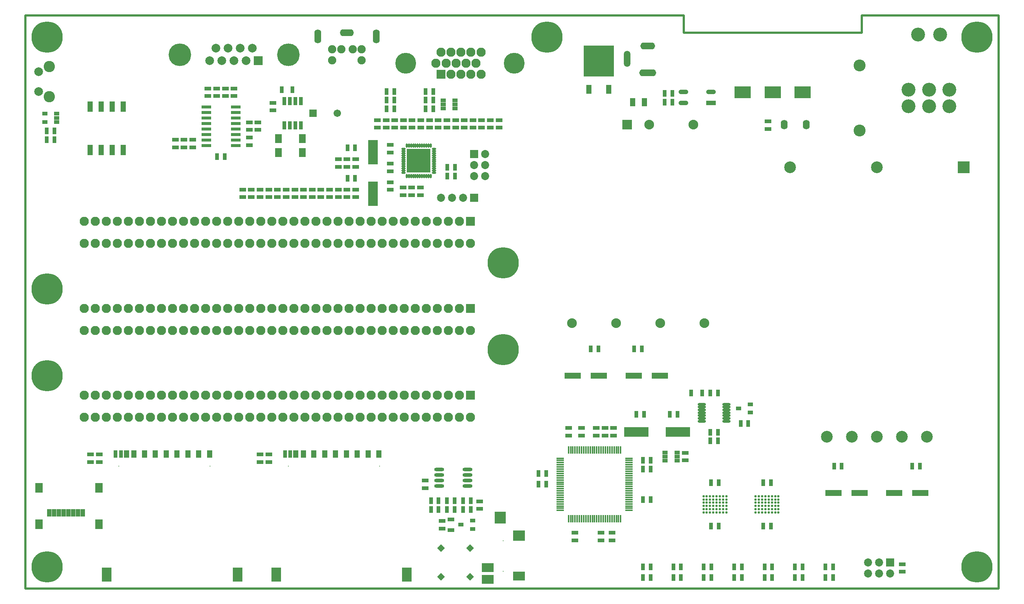
<source format=gts>
%FSLAX44Y44*%
%MOMM*%
G71*
G01*
G75*
G04 Layer_Color=8388736*
%ADD10C,0.2000*%
%ADD11R,1.3000X0.7500*%
%ADD12R,0.9900X0.6900*%
%ADD13R,0.7500X1.3000*%
%ADD14R,3.5000X1.2000*%
%ADD15O,0.8000X0.3000*%
%ADD16O,0.3000X0.8000*%
%ADD17R,5.3000X5.3000*%
%ADD18R,2.0000X5.5000*%
%ADD19O,2.1000X0.6000*%
%ADD20R,2.0000X0.6000*%
%ADD21R,0.9500X1.6500*%
%ADD22R,0.2500X1.5500*%
%ADD23R,1.5500X0.2500*%
%ADD24R,1.0000X1.5000*%
%ADD25R,0.7000X1.5000*%
%ADD26R,2.0000X3.0000*%
%ADD27R,0.8000X1.5000*%
%ADD28R,1.4500X2.0000*%
%ADD29R,1.0000X2.2000*%
%ADD30R,5.5000X2.0000*%
%ADD31C,0.3500*%
%ADD32R,2.6000X2.2000*%
%ADD33R,2.4000X2.5000*%
%ADD34R,2.6000X1.8000*%
%ADD35R,6.8000X6.9000*%
%ADD36R,1.0000X1.9000*%
%ADD37P,1.4142X4X270.0*%
%ADD38P,1.4142X4X360.0*%
%ADD39R,2.0320X0.8890*%
%ADD40O,2.0320X0.8890*%
%ADD41O,1.7000X0.4500*%
%ADD42R,0.6500X1.7500*%
%ADD43R,1.3000X1.9000*%
%ADD44C,0.2500*%
%ADD45C,1.0000*%
%ADD46C,2.5000*%
%ADD47C,0.5000*%
%ADD48C,1.5000*%
%ADD49C,1.8000*%
%ADD50C,0.1500*%
%ADD51C,0.1250*%
%ADD52C,2.0320*%
%ADD53R,2.0320X2.0320*%
%ADD54C,2.4000*%
%ADD55C,1.8000*%
%ADD56C,1.6510*%
%ADD57R,1.6510X1.6510*%
%ADD58R,1.6510X1.6510*%
%ADD59C,7.0000*%
%ADD60C,4.6000*%
%ADD61C,1.9000*%
%ADD62R,1.9000X1.9000*%
%ADD63R,1.8000X1.8000*%
%ADD64C,1.8000*%
%ADD65C,5.0000*%
%ADD66C,1.7000*%
%ADD67O,1.4000X3.0000*%
%ADD68O,3.0000X1.4000*%
%ADD69O,3.7000X1.4000*%
%ADD70O,1.3000X3.5000*%
%ADD71O,3.2000X1.4000*%
%ADD72R,3.6000X2.6000*%
%ADD73C,3.0000*%
%ADD74O,1.4000X2.0000*%
%ADD75C,2.5000*%
%ADD76R,2.5000X2.5000*%
%ADD77C,2.5400*%
%ADD78R,1.5000X1.5000*%
%ADD79C,1.5000*%
%ADD80C,0.6000*%
%ADD81C,0.4000*%
%ADD82C,1.0000*%
%ADD83C,0.1778*%
%ADD84C,0.2540*%
%ADD85C,0.6000*%
%ADD86C,0.1250*%
%ADD87C,0.0100*%
%ADD88C,0.2032*%
%ADD89C,0.1270*%
%ADD90C,0.0800*%
%ADD91R,1.0000X3.2500*%
%ADD92R,1.0000X3.2500*%
%ADD93R,0.9000X1.4500*%
%ADD94R,1.0001X3.2500*%
%ADD95R,1.1000X0.2000*%
%ADD96R,1.5032X0.9532*%
%ADD97R,1.1932X0.8932*%
%ADD98R,0.9532X1.5032*%
%ADD99R,3.7032X1.4032*%
%ADD100O,1.0032X0.5032*%
%ADD101O,0.5032X1.0032*%
%ADD102R,5.5032X5.5032*%
%ADD103R,2.2032X5.7032*%
%ADD104O,2.3032X0.8032*%
%ADD105R,2.2032X0.8032*%
%ADD106R,1.1532X1.8532*%
%ADD107R,0.4532X1.7532*%
%ADD108R,1.7532X0.4532*%
%ADD109R,1.2032X1.7032*%
%ADD110R,0.9032X1.7032*%
%ADD111R,2.2032X3.2032*%
%ADD112R,1.0032X1.7032*%
%ADD113R,1.6532X2.2032*%
%ADD114R,1.2032X2.4032*%
%ADD115R,5.7032X2.2032*%
%ADD116C,0.5532*%
%ADD117R,2.8032X2.4032*%
%ADD118R,2.6032X2.7032*%
%ADD119R,2.8032X2.0032*%
%ADD120R,7.0032X7.1032*%
%ADD121R,1.2032X2.1032*%
%ADD122P,1.7016X4X270.0*%
%ADD123P,1.7016X4X360.0*%
%ADD124R,2.2352X1.0922*%
%ADD125O,2.2352X1.0922*%
%ADD126O,1.9032X0.6532*%
%ADD127R,0.8532X1.9532*%
%ADD128R,1.5032X2.1032*%
%ADD129C,2.2352*%
%ADD130R,2.2352X2.2352*%
%ADD131C,2.6032*%
%ADD132C,2.0032*%
%ADD133C,1.8542*%
%ADD134R,1.8542X1.8542*%
%ADD135R,1.8542X1.8542*%
%ADD136C,7.2032*%
%ADD137C,4.8032*%
%ADD138C,2.1032*%
%ADD139R,2.1032X2.1032*%
%ADD140R,0.2032X0.2032*%
%ADD141R,2.0032X2.0032*%
%ADD142C,2.0032*%
%ADD143C,5.2032*%
%ADD144C,1.9032*%
%ADD145O,1.6032X3.2032*%
%ADD146O,3.2032X1.6032*%
%ADD147O,3.9032X1.6032*%
%ADD148O,1.5032X3.7032*%
%ADD149O,3.4032X1.6032*%
%ADD150R,3.8032X2.8032*%
%ADD151C,3.2032*%
%ADD152O,1.6032X2.2032*%
%ADD153C,2.7032*%
%ADD154R,2.7032X2.7032*%
%ADD155C,2.7432*%
%ADD156R,1.7032X1.7032*%
%ADD157C,1.7032*%
%ADD158C,1.2032*%
D47*
X0Y1320000D02*
X0Y1320000D01*
X1515000D01*
X1925000D02*
X2240000D01*
X1925000Y1280000D02*
Y1320000D01*
X1515000Y1280000D02*
X1925000D01*
X1515000D02*
Y1320000D01*
X0Y-0D02*
Y1320000D01*
Y-0D02*
X2240000D01*
Y1320000D01*
D96*
X1519000Y312750D02*
D03*
Y295250D02*
D03*
X170000Y308750D02*
D03*
Y291250D02*
D03*
X150000Y308750D02*
D03*
Y291250D02*
D03*
X540000D02*
D03*
Y308750D02*
D03*
X560000Y291250D02*
D03*
Y308750D02*
D03*
X740000Y988750D02*
D03*
Y971250D02*
D03*
X500000Y918750D02*
D03*
Y901250D02*
D03*
X520000Y918750D02*
D03*
Y901250D02*
D03*
X540000Y918750D02*
D03*
Y901250D02*
D03*
X560000Y918750D02*
D03*
Y901250D02*
D03*
X580000Y918750D02*
D03*
Y901250D02*
D03*
X600000Y918750D02*
D03*
Y901250D02*
D03*
X620000Y918750D02*
D03*
Y901250D02*
D03*
X640000Y918750D02*
D03*
Y901250D02*
D03*
X660000Y918750D02*
D03*
Y901250D02*
D03*
X680000Y918750D02*
D03*
Y901250D02*
D03*
X700000Y918750D02*
D03*
Y901250D02*
D03*
X720000Y918750D02*
D03*
Y901250D02*
D03*
X740000Y918750D02*
D03*
Y901250D02*
D03*
X760000Y918750D02*
D03*
Y901250D02*
D03*
Y988750D02*
D03*
Y971250D02*
D03*
X720000D02*
D03*
Y988750D02*
D03*
X840000Y961250D02*
D03*
Y978750D02*
D03*
X909000Y906250D02*
D03*
Y923750D02*
D03*
X889000Y906250D02*
D03*
Y923750D02*
D03*
X869000Y906250D02*
D03*
Y923750D02*
D03*
X840000Y1004250D02*
D03*
Y1021750D02*
D03*
Y935750D02*
D03*
Y918250D02*
D03*
X1090000Y1078750D02*
D03*
Y1061250D02*
D03*
X1070000Y1078750D02*
D03*
Y1061250D02*
D03*
X1050000Y1078750D02*
D03*
Y1061250D02*
D03*
X1030000Y1078750D02*
D03*
Y1061250D02*
D03*
X1010000Y1078750D02*
D03*
Y1061250D02*
D03*
X990000Y1078750D02*
D03*
Y1061250D02*
D03*
X970000Y1078750D02*
D03*
Y1061250D02*
D03*
X950000Y1078750D02*
D03*
Y1061250D02*
D03*
X930000Y1078750D02*
D03*
Y1061250D02*
D03*
X910000Y1078750D02*
D03*
Y1061250D02*
D03*
X890000Y1078750D02*
D03*
Y1061250D02*
D03*
X870000Y1078750D02*
D03*
Y1061250D02*
D03*
X850000Y1078750D02*
D03*
Y1061250D02*
D03*
X830000Y1078750D02*
D03*
Y1061250D02*
D03*
X810000Y1078750D02*
D03*
Y1061250D02*
D03*
X2018600Y38550D02*
D03*
Y56050D02*
D03*
X920000Y248750D02*
D03*
Y231250D02*
D03*
X345000Y1033750D02*
D03*
Y1016250D02*
D03*
X365000Y1033750D02*
D03*
Y1016250D02*
D03*
X480000Y1151750D02*
D03*
Y1134250D02*
D03*
X460000Y1151750D02*
D03*
Y1134250D02*
D03*
X440000Y1151750D02*
D03*
Y1134250D02*
D03*
X420000Y1151750D02*
D03*
Y1134250D02*
D03*
X535000Y1073750D02*
D03*
Y1056250D02*
D03*
X515000D02*
D03*
Y1073750D02*
D03*
Y1038750D02*
D03*
Y1021250D02*
D03*
X385000Y1033750D02*
D03*
Y1016250D02*
D03*
X1354000Y352250D02*
D03*
Y369750D02*
D03*
X1334000D02*
D03*
Y352250D02*
D03*
X1314000D02*
D03*
Y369750D02*
D03*
X1280000Y352250D02*
D03*
Y369750D02*
D03*
X1250000Y352250D02*
D03*
Y369750D02*
D03*
X1265000Y128750D02*
D03*
Y111250D02*
D03*
X1325000Y128750D02*
D03*
Y111250D02*
D03*
X1350000Y128750D02*
D03*
Y111250D02*
D03*
X1045000Y183250D02*
D03*
Y200750D02*
D03*
X979000Y159500D02*
D03*
Y134500D02*
D03*
X959000Y155750D02*
D03*
Y138250D02*
D03*
X1709000Y1075750D02*
D03*
Y1058250D02*
D03*
X570000Y1101250D02*
D03*
Y1118750D02*
D03*
D97*
X1472250Y313500D02*
D03*
Y304000D02*
D03*
Y294500D02*
D03*
X1499750D02*
D03*
Y313500D02*
D03*
Y304000D02*
D03*
X1641250Y415000D02*
D03*
X1668750Y424500D02*
D03*
Y405500D02*
D03*
X988750Y1105500D02*
D03*
Y1115000D02*
D03*
Y1124500D02*
D03*
X961250D02*
D03*
Y1105500D02*
D03*
Y1115000D02*
D03*
X71750Y1074500D02*
D03*
Y1084000D02*
D03*
Y1093500D02*
D03*
X44250D02*
D03*
Y1074500D02*
D03*
X1002250Y147000D02*
D03*
X1029750Y156500D02*
D03*
Y137500D02*
D03*
D98*
X1418750Y552000D02*
D03*
X1401250D02*
D03*
X1318750D02*
D03*
X1301250D02*
D03*
X1788750Y50000D02*
D03*
X1771250D02*
D03*
X1788750Y25000D02*
D03*
X1771250D02*
D03*
X1718750Y50000D02*
D03*
X1701250D02*
D03*
X1718750Y25000D02*
D03*
X1701250D02*
D03*
X1648750Y50000D02*
D03*
X1631250D02*
D03*
X1648750Y25000D02*
D03*
X1631250D02*
D03*
X1508750D02*
D03*
X1491250D02*
D03*
X1508750Y50000D02*
D03*
X1491250D02*
D03*
X1438750D02*
D03*
X1421250D02*
D03*
X1438750Y25000D02*
D03*
X1421250D02*
D03*
X741250Y1015000D02*
D03*
X758750D02*
D03*
X1471250Y1140000D02*
D03*
X1488750D02*
D03*
X1471250Y1120000D02*
D03*
X1488750D02*
D03*
X1646250Y380000D02*
D03*
X1663750D02*
D03*
X1576250Y450000D02*
D03*
X1593750D02*
D03*
X1532500D02*
D03*
X1557500D02*
D03*
X1576250Y340000D02*
D03*
X1593750D02*
D03*
X758750Y945000D02*
D03*
X741250D02*
D03*
X988750Y970000D02*
D03*
X971250D02*
D03*
X988750Y950000D02*
D03*
X971250D02*
D03*
X938750Y1145000D02*
D03*
X921250D02*
D03*
X938750Y1125000D02*
D03*
X921250D02*
D03*
X938750Y1105000D02*
D03*
X921250D02*
D03*
X848750D02*
D03*
X831250D02*
D03*
X848750Y1125000D02*
D03*
X831250D02*
D03*
X848750Y1145000D02*
D03*
X831250D02*
D03*
X49250Y1034000D02*
D03*
X66750D02*
D03*
Y1054000D02*
D03*
X49250D02*
D03*
X458750Y995000D02*
D03*
X441250D02*
D03*
X1421250Y275000D02*
D03*
X1438750D02*
D03*
X1421250Y205000D02*
D03*
X1438750D02*
D03*
X1198750Y265000D02*
D03*
X1181250D02*
D03*
X1198750Y240000D02*
D03*
X1181250D02*
D03*
X1878750Y282000D02*
D03*
X1861250D02*
D03*
X2041250D02*
D03*
X2058750D02*
D03*
X1438750Y295000D02*
D03*
X1421250D02*
D03*
X1423750Y401000D02*
D03*
X1406250D02*
D03*
X1483250D02*
D03*
X1500750D02*
D03*
X1715750Y244000D02*
D03*
X1698250D02*
D03*
Y144000D02*
D03*
X1715750D02*
D03*
X950750Y182000D02*
D03*
X933250D02*
D03*
X950750Y202000D02*
D03*
X933250D02*
D03*
X987750Y182000D02*
D03*
X970250D02*
D03*
X987750Y202000D02*
D03*
X970250D02*
D03*
X1024750D02*
D03*
X1007250D02*
D03*
X1024750Y182000D02*
D03*
X1007250D02*
D03*
X1593750Y360000D02*
D03*
X1576250D02*
D03*
X589500Y1149000D02*
D03*
X614500D02*
D03*
X1578250Y144000D02*
D03*
X1595750D02*
D03*
Y244000D02*
D03*
X1578250D02*
D03*
X1858750Y50000D02*
D03*
X1841250D02*
D03*
X1858750Y25000D02*
D03*
X1841250D02*
D03*
X1578750Y50000D02*
D03*
X1561250D02*
D03*
X1578750Y25000D02*
D03*
X1561250D02*
D03*
D99*
X1460000Y490000D02*
D03*
X1400000D02*
D03*
X1260000D02*
D03*
X1320000D02*
D03*
X1860000Y220000D02*
D03*
X1920000D02*
D03*
X2000000D02*
D03*
X2060000D02*
D03*
D100*
X870122Y1012542D02*
D03*
Y1007542D02*
D03*
Y1002542D02*
D03*
Y997542D02*
D03*
Y992542D02*
D03*
Y987542D02*
D03*
Y982542D02*
D03*
Y977542D02*
D03*
Y972542D02*
D03*
Y967542D02*
D03*
Y962542D02*
D03*
Y957542D02*
D03*
X940122D02*
D03*
Y962542D02*
D03*
Y967542D02*
D03*
Y972542D02*
D03*
Y977542D02*
D03*
Y982542D02*
D03*
Y987542D02*
D03*
Y992542D02*
D03*
Y997542D02*
D03*
Y1002542D02*
D03*
Y1007542D02*
D03*
Y1012542D02*
D03*
D101*
X877622Y950042D02*
D03*
X882622D02*
D03*
X887622D02*
D03*
X892622D02*
D03*
X897622D02*
D03*
X902622D02*
D03*
X907622D02*
D03*
X912622D02*
D03*
X917622D02*
D03*
X922622D02*
D03*
X927622D02*
D03*
X932622D02*
D03*
Y1020042D02*
D03*
X927622D02*
D03*
X922622D02*
D03*
X917622D02*
D03*
X912622D02*
D03*
X907622D02*
D03*
X902622D02*
D03*
X897622D02*
D03*
X892622D02*
D03*
X887622D02*
D03*
X882622D02*
D03*
X877622D02*
D03*
D102*
X905122Y985042D02*
D03*
D103*
X800000Y909500D02*
D03*
Y1004500D02*
D03*
D104*
X1017516Y235900D02*
D03*
Y248600D02*
D03*
Y261300D02*
D03*
Y274000D02*
D03*
X952516D02*
D03*
Y261300D02*
D03*
Y248600D02*
D03*
Y235900D02*
D03*
D105*
X484000Y1020498D02*
D03*
Y1033198D02*
D03*
Y1045898D02*
D03*
Y1058598D02*
D03*
Y1071298D02*
D03*
Y1083998D02*
D03*
Y1096698D02*
D03*
Y1109398D02*
D03*
X416000Y1020498D02*
D03*
Y1033198D02*
D03*
Y1045898D02*
D03*
Y1058598D02*
D03*
Y1071298D02*
D03*
Y1083998D02*
D03*
Y1096698D02*
D03*
Y1109398D02*
D03*
D106*
X1397250Y1120000D02*
D03*
X1424750D02*
D03*
D107*
X1370000Y160750D02*
D03*
X1365000D02*
D03*
X1360000D02*
D03*
X1355000D02*
D03*
X1350000D02*
D03*
X1345000D02*
D03*
X1340000D02*
D03*
X1335000D02*
D03*
X1330000D02*
D03*
X1325000D02*
D03*
X1320000D02*
D03*
X1315000D02*
D03*
X1310000D02*
D03*
X1305000D02*
D03*
X1300000D02*
D03*
X1295000D02*
D03*
X1290000D02*
D03*
X1285000D02*
D03*
X1280000D02*
D03*
X1275000D02*
D03*
X1270000D02*
D03*
X1265000D02*
D03*
X1260000D02*
D03*
X1255000D02*
D03*
X1250000D02*
D03*
Y319000D02*
D03*
X1255000D02*
D03*
X1260000D02*
D03*
X1265000D02*
D03*
X1270000D02*
D03*
X1275000D02*
D03*
X1280000D02*
D03*
X1285000D02*
D03*
X1290000D02*
D03*
X1295000D02*
D03*
X1300000D02*
D03*
X1305000D02*
D03*
X1310000D02*
D03*
X1315000D02*
D03*
X1320000D02*
D03*
X1325000D02*
D03*
X1330000D02*
D03*
X1335000D02*
D03*
X1340000D02*
D03*
X1345000D02*
D03*
X1350000D02*
D03*
X1355000D02*
D03*
X1360000D02*
D03*
X1365000D02*
D03*
X1370000D02*
D03*
D108*
X1231000Y180000D02*
D03*
Y185000D02*
D03*
Y190000D02*
D03*
Y195000D02*
D03*
Y200000D02*
D03*
Y205000D02*
D03*
Y210000D02*
D03*
Y215000D02*
D03*
Y220000D02*
D03*
Y225000D02*
D03*
Y230000D02*
D03*
Y235000D02*
D03*
Y240000D02*
D03*
Y245000D02*
D03*
Y250000D02*
D03*
Y255000D02*
D03*
Y260000D02*
D03*
Y265000D02*
D03*
Y270000D02*
D03*
Y275000D02*
D03*
Y280000D02*
D03*
Y285000D02*
D03*
Y290000D02*
D03*
Y295000D02*
D03*
Y300000D02*
D03*
X1389000D02*
D03*
Y295000D02*
D03*
Y290000D02*
D03*
Y285000D02*
D03*
Y280000D02*
D03*
Y275000D02*
D03*
Y270000D02*
D03*
Y265000D02*
D03*
Y260000D02*
D03*
Y255000D02*
D03*
Y250000D02*
D03*
Y245000D02*
D03*
Y240000D02*
D03*
Y235000D02*
D03*
Y230000D02*
D03*
Y225000D02*
D03*
Y220000D02*
D03*
Y215000D02*
D03*
Y210000D02*
D03*
Y205000D02*
D03*
Y200000D02*
D03*
Y195000D02*
D03*
Y190000D02*
D03*
Y185000D02*
D03*
Y180000D02*
D03*
D109*
X663800Y310000D02*
D03*
X688800D02*
D03*
X713800D02*
D03*
X738800D02*
D03*
X763800D02*
D03*
X788800D02*
D03*
X639500D02*
D03*
X622500D02*
D03*
X813800D02*
D03*
X273800D02*
D03*
X298800D02*
D03*
X323800D02*
D03*
X348800D02*
D03*
X373800D02*
D03*
X398800D02*
D03*
X249500D02*
D03*
X232500D02*
D03*
X423800D02*
D03*
D110*
X609500D02*
D03*
X597500D02*
D03*
X219500D02*
D03*
X207500D02*
D03*
D111*
X577200Y32500D02*
D03*
X878200D02*
D03*
X187200D02*
D03*
X488200D02*
D03*
D112*
X55050Y174500D02*
D03*
X66050D02*
D03*
X77050D02*
D03*
X88050D02*
D03*
X99050D02*
D03*
X110050D02*
D03*
X121050D02*
D03*
X132050D02*
D03*
D113*
X168750Y231500D02*
D03*
X31250D02*
D03*
X168750Y148500D02*
D03*
X31250D02*
D03*
D114*
X225400Y1110000D02*
D03*
X200000D02*
D03*
X174600D02*
D03*
X149200D02*
D03*
Y1010000D02*
D03*
X174600D02*
D03*
X200000D02*
D03*
X225400D02*
D03*
D115*
X1406500Y361000D02*
D03*
X1501500D02*
D03*
D116*
X1680726Y175128D02*
D03*
Y182628D02*
D03*
Y190128D02*
D03*
Y197628D02*
D03*
Y205128D02*
D03*
Y212628D02*
D03*
X1688226Y175128D02*
D03*
Y182628D02*
D03*
Y190128D02*
D03*
Y197628D02*
D03*
Y205128D02*
D03*
Y212628D02*
D03*
X1695726Y175128D02*
D03*
Y182628D02*
D03*
Y190128D02*
D03*
Y197628D02*
D03*
Y205128D02*
D03*
Y212628D02*
D03*
X1703226Y175128D02*
D03*
Y182628D02*
D03*
Y190128D02*
D03*
Y197628D02*
D03*
Y205128D02*
D03*
Y212628D02*
D03*
X1710726Y175128D02*
D03*
Y182628D02*
D03*
Y190128D02*
D03*
Y197628D02*
D03*
Y205128D02*
D03*
Y212628D02*
D03*
X1718226Y175128D02*
D03*
Y182628D02*
D03*
Y190128D02*
D03*
Y197628D02*
D03*
Y205128D02*
D03*
Y212628D02*
D03*
X1725726Y175128D02*
D03*
Y182628D02*
D03*
Y190128D02*
D03*
Y197628D02*
D03*
Y205128D02*
D03*
Y212628D02*
D03*
X1733226Y175128D02*
D03*
Y182628D02*
D03*
Y190128D02*
D03*
Y197628D02*
D03*
Y205128D02*
D03*
Y212628D02*
D03*
X1560726Y175128D02*
D03*
Y182628D02*
D03*
Y190128D02*
D03*
Y197628D02*
D03*
Y205128D02*
D03*
Y212628D02*
D03*
X1568226Y175128D02*
D03*
Y182628D02*
D03*
Y190128D02*
D03*
Y197628D02*
D03*
Y205128D02*
D03*
Y212628D02*
D03*
X1575726Y175128D02*
D03*
Y182628D02*
D03*
Y190128D02*
D03*
Y197628D02*
D03*
Y205128D02*
D03*
Y212628D02*
D03*
X1583226Y175128D02*
D03*
Y182628D02*
D03*
Y190128D02*
D03*
Y197628D02*
D03*
Y205128D02*
D03*
Y212628D02*
D03*
X1590726Y175128D02*
D03*
Y182628D02*
D03*
Y190128D02*
D03*
Y197628D02*
D03*
Y205128D02*
D03*
Y212628D02*
D03*
X1598226Y175128D02*
D03*
Y182628D02*
D03*
Y190128D02*
D03*
Y197628D02*
D03*
Y205128D02*
D03*
Y212628D02*
D03*
X1605726Y175128D02*
D03*
Y182628D02*
D03*
Y190128D02*
D03*
Y197628D02*
D03*
Y205128D02*
D03*
Y212628D02*
D03*
X1613226Y175128D02*
D03*
Y182628D02*
D03*
Y190128D02*
D03*
Y197628D02*
D03*
Y205128D02*
D03*
Y212628D02*
D03*
D117*
X1136000Y122000D02*
D03*
D118*
X1093000Y163000D02*
D03*
D119*
X1136000Y29000D02*
D03*
X1064000Y48000D02*
D03*
Y21000D02*
D03*
D120*
X1320052Y1214904D02*
D03*
D121*
X1342852Y1149904D02*
D03*
X1297252D02*
D03*
D122*
X956766Y93234D02*
D03*
X1023234Y26766D02*
D03*
D123*
X956766Y26766D02*
D03*
X1023234Y93234D02*
D03*
D124*
X1577750Y1118300D02*
D03*
D125*
X1514250Y1143700D02*
D03*
X1577750D02*
D03*
X1514250Y1118300D02*
D03*
D126*
X1613592Y385450D02*
D03*
Y391950D02*
D03*
Y398450D02*
D03*
Y404950D02*
D03*
Y411450D02*
D03*
Y417950D02*
D03*
Y424450D02*
D03*
X1556592D02*
D03*
Y417950D02*
D03*
Y411450D02*
D03*
Y404950D02*
D03*
Y398450D02*
D03*
Y391950D02*
D03*
Y385450D02*
D03*
D127*
X608650Y1067000D02*
D03*
X621350D02*
D03*
X634050D02*
D03*
X595950Y1123000D02*
D03*
X608650D02*
D03*
X621350D02*
D03*
X634050D02*
D03*
X595950Y1067000D02*
D03*
D128*
X637500Y1036000D02*
D03*
X582500D02*
D03*
Y1004000D02*
D03*
X637500D02*
D03*
D129*
X1562400Y611400D02*
D03*
X1460800D02*
D03*
X1257600D02*
D03*
X1537000Y1068600D02*
D03*
X1435400D02*
D03*
X1359200Y611400D02*
D03*
D130*
X1384600Y1068600D02*
D03*
D131*
X55000Y1132500D02*
D03*
Y1202500D02*
D03*
D132*
X30000Y1145000D02*
D03*
Y1190000D02*
D03*
X507940Y1215800D02*
D03*
X480000D02*
D03*
X452060D02*
D03*
X424120D02*
D03*
D133*
X1057700Y949600D02*
D03*
X1032300D02*
D03*
X1057700Y975000D02*
D03*
X1032300D02*
D03*
X1057700Y1000400D02*
D03*
X1007700Y900000D02*
D03*
X982300D02*
D03*
X956900D02*
D03*
X1939200Y34600D02*
D03*
Y60000D02*
D03*
X1964600Y34600D02*
D03*
Y60000D02*
D03*
X1990000Y34600D02*
D03*
D134*
X1032300Y1000400D02*
D03*
D135*
X1033100Y900000D02*
D03*
X1990000Y60000D02*
D03*
D136*
X50000Y490000D02*
D03*
Y690000D02*
D03*
Y50000D02*
D03*
X2190000D02*
D03*
Y1270000D02*
D03*
X50000D02*
D03*
X1100000Y750000D02*
D03*
Y550000D02*
D03*
X1200000Y1270000D02*
D03*
D137*
X1125000Y1210000D02*
D03*
X875000D02*
D03*
D138*
X956400Y1235400D02*
D03*
X979400D02*
D03*
X1002400D02*
D03*
X1025400D02*
D03*
X1048400D02*
D03*
X945000Y1210000D02*
D03*
X968000D02*
D03*
X991000D02*
D03*
X1013999D02*
D03*
X1037000D02*
D03*
X1048400Y1184600D02*
D03*
X1025400D02*
D03*
X1002400D02*
D03*
X979400D02*
D03*
X1024500Y794600D02*
D03*
X999100Y845400D02*
D03*
Y794600D02*
D03*
X973700Y845400D02*
D03*
Y794600D02*
D03*
X948300Y845400D02*
D03*
Y794600D02*
D03*
X922900Y845400D02*
D03*
Y794600D02*
D03*
X897500Y845400D02*
D03*
Y794600D02*
D03*
X872100Y845400D02*
D03*
Y794600D02*
D03*
X846700Y845400D02*
D03*
Y794600D02*
D03*
X821300Y845400D02*
D03*
Y794600D02*
D03*
X795900Y845400D02*
D03*
Y794600D02*
D03*
X770500Y845400D02*
D03*
Y794600D02*
D03*
X745100Y845400D02*
D03*
Y794600D02*
D03*
X719700Y845400D02*
D03*
Y794600D02*
D03*
X694300Y845400D02*
D03*
Y794600D02*
D03*
X668900Y845400D02*
D03*
Y794600D02*
D03*
X643500Y845400D02*
D03*
Y794600D02*
D03*
X618100Y845400D02*
D03*
Y794600D02*
D03*
X592700Y845400D02*
D03*
Y794600D02*
D03*
X567300Y845400D02*
D03*
Y794600D02*
D03*
X541900Y845400D02*
D03*
Y794600D02*
D03*
X516500Y845400D02*
D03*
Y794600D02*
D03*
X491100Y845400D02*
D03*
Y794600D02*
D03*
X465700Y845400D02*
D03*
Y794600D02*
D03*
X440300Y845400D02*
D03*
Y794600D02*
D03*
X414900Y845400D02*
D03*
Y794600D02*
D03*
X389500Y845400D02*
D03*
Y794600D02*
D03*
X364100Y845400D02*
D03*
Y794600D02*
D03*
X338700Y845400D02*
D03*
Y794600D02*
D03*
X313300Y845400D02*
D03*
Y794600D02*
D03*
X287900Y845400D02*
D03*
Y794600D02*
D03*
X262500Y845400D02*
D03*
Y794600D02*
D03*
X237100Y845400D02*
D03*
Y794600D02*
D03*
X211700Y845400D02*
D03*
Y794600D02*
D03*
X186300Y845400D02*
D03*
Y794600D02*
D03*
X160900Y845400D02*
D03*
Y794600D02*
D03*
X135500Y845400D02*
D03*
Y794600D02*
D03*
X1024500Y594600D02*
D03*
X999100Y645400D02*
D03*
Y594600D02*
D03*
X973700Y645400D02*
D03*
Y594600D02*
D03*
X948300Y645400D02*
D03*
Y594600D02*
D03*
X922900Y645400D02*
D03*
Y594600D02*
D03*
X897500Y645400D02*
D03*
Y594600D02*
D03*
X872100Y645400D02*
D03*
Y594600D02*
D03*
X846700Y645400D02*
D03*
Y594600D02*
D03*
X821300Y645400D02*
D03*
Y594600D02*
D03*
X795900Y645400D02*
D03*
Y594600D02*
D03*
X770500Y645400D02*
D03*
Y594600D02*
D03*
X745100Y645400D02*
D03*
Y594600D02*
D03*
X719700Y645400D02*
D03*
Y594600D02*
D03*
X694300Y645400D02*
D03*
Y594600D02*
D03*
X668900Y645400D02*
D03*
Y594600D02*
D03*
X643500Y645400D02*
D03*
Y594600D02*
D03*
X618100Y645400D02*
D03*
Y594600D02*
D03*
X592700Y645400D02*
D03*
Y594600D02*
D03*
X567300Y645400D02*
D03*
Y594600D02*
D03*
X541900Y645400D02*
D03*
Y594600D02*
D03*
X516500Y645400D02*
D03*
Y594600D02*
D03*
X491100Y645400D02*
D03*
Y594600D02*
D03*
X465700Y645400D02*
D03*
Y594600D02*
D03*
X440300Y645400D02*
D03*
Y594600D02*
D03*
X414900Y645400D02*
D03*
Y594600D02*
D03*
X389500Y645400D02*
D03*
Y594600D02*
D03*
X364100Y645400D02*
D03*
Y594600D02*
D03*
X338700Y645400D02*
D03*
Y594600D02*
D03*
X313300Y645400D02*
D03*
Y594600D02*
D03*
X287900Y645400D02*
D03*
Y594600D02*
D03*
X262500Y645400D02*
D03*
Y594600D02*
D03*
X237100Y645400D02*
D03*
Y594600D02*
D03*
X211700Y645400D02*
D03*
Y594600D02*
D03*
X186300Y645400D02*
D03*
Y594600D02*
D03*
X160900Y645400D02*
D03*
Y594600D02*
D03*
X135500Y645400D02*
D03*
Y594600D02*
D03*
X1024500Y394600D02*
D03*
X999100Y445400D02*
D03*
Y394600D02*
D03*
X973700Y445400D02*
D03*
Y394600D02*
D03*
X948300Y445400D02*
D03*
Y394600D02*
D03*
X922900Y445400D02*
D03*
Y394600D02*
D03*
X897500Y445400D02*
D03*
Y394600D02*
D03*
X872100Y445400D02*
D03*
Y394600D02*
D03*
X846700Y445400D02*
D03*
Y394600D02*
D03*
X821300Y445400D02*
D03*
Y394600D02*
D03*
X795900Y445400D02*
D03*
Y394600D02*
D03*
X770500Y445400D02*
D03*
Y394600D02*
D03*
X745100Y445400D02*
D03*
Y394600D02*
D03*
X719700Y445400D02*
D03*
Y394600D02*
D03*
X694300Y445400D02*
D03*
Y394600D02*
D03*
X668900Y445400D02*
D03*
Y394600D02*
D03*
X643500Y445400D02*
D03*
Y394600D02*
D03*
X618100Y445400D02*
D03*
Y394600D02*
D03*
X592700Y445400D02*
D03*
Y394600D02*
D03*
X567300Y445400D02*
D03*
Y394600D02*
D03*
X541900Y445400D02*
D03*
Y394600D02*
D03*
X516500Y445400D02*
D03*
Y394600D02*
D03*
X491100Y445400D02*
D03*
Y394600D02*
D03*
X465700Y445400D02*
D03*
Y394600D02*
D03*
X440300Y445400D02*
D03*
Y394600D02*
D03*
X414900Y445400D02*
D03*
Y394600D02*
D03*
X389500Y445400D02*
D03*
Y394600D02*
D03*
X364100Y445400D02*
D03*
Y394600D02*
D03*
X338700Y445400D02*
D03*
Y394600D02*
D03*
X313300Y445400D02*
D03*
Y394600D02*
D03*
X287900Y445400D02*
D03*
Y394600D02*
D03*
X262500Y445400D02*
D03*
Y394600D02*
D03*
X237100Y445400D02*
D03*
Y394600D02*
D03*
X211700Y445400D02*
D03*
Y394600D02*
D03*
X186300Y445400D02*
D03*
Y394600D02*
D03*
X160900Y445400D02*
D03*
Y394600D02*
D03*
X135500Y445400D02*
D03*
Y394600D02*
D03*
D139*
X956400Y1184600D02*
D03*
X1024500Y845400D02*
D03*
Y645400D02*
D03*
Y445400D02*
D03*
D140*
X605000Y282000D02*
D03*
X815000D02*
D03*
X215000D02*
D03*
X425000D02*
D03*
X1100000Y40000D02*
D03*
Y110000D02*
D03*
D141*
X535880Y1215800D02*
D03*
D142*
X521910Y1244200D02*
D03*
X493970D02*
D03*
X466030D02*
D03*
X438090D02*
D03*
D143*
X355000Y1229700D02*
D03*
X605000D02*
D03*
D144*
X773999Y1217000D02*
D03*
X706000D02*
D03*
X773999Y1242000D02*
D03*
X706000D02*
D03*
X753000D02*
D03*
X727000D02*
D03*
D145*
X807500Y1272000D02*
D03*
X672500D02*
D03*
D146*
X740000Y1280000D02*
D03*
D147*
X1432000Y1188000D02*
D03*
D148*
X1385000Y1220000D02*
D03*
D149*
X1432000Y1250000D02*
D03*
D150*
X1651000Y1143000D02*
D03*
X1789000D02*
D03*
X1720000D02*
D03*
D151*
X2105400Y1276000D02*
D03*
X2054600D02*
D03*
X2033010Y1149000D02*
D03*
X2080000D02*
D03*
X2126990D02*
D03*
X2033010Y1110900D02*
D03*
X2080000D02*
D03*
X2126990D02*
D03*
D152*
X1797400Y1068000D02*
D03*
X1746600D02*
D03*
D153*
X2075000Y350000D02*
D03*
X2017500D02*
D03*
X1960000D02*
D03*
X1902500D02*
D03*
X1845000D02*
D03*
X1760000Y970000D02*
D03*
X1960000D02*
D03*
D154*
X2160000D02*
D03*
D155*
X1920000Y1055000D02*
D03*
Y1205000D02*
D03*
D156*
X662000Y1095000D02*
D03*
D157*
X718000D02*
D03*
D158*
X905122Y985042D02*
D03*
M02*

</source>
